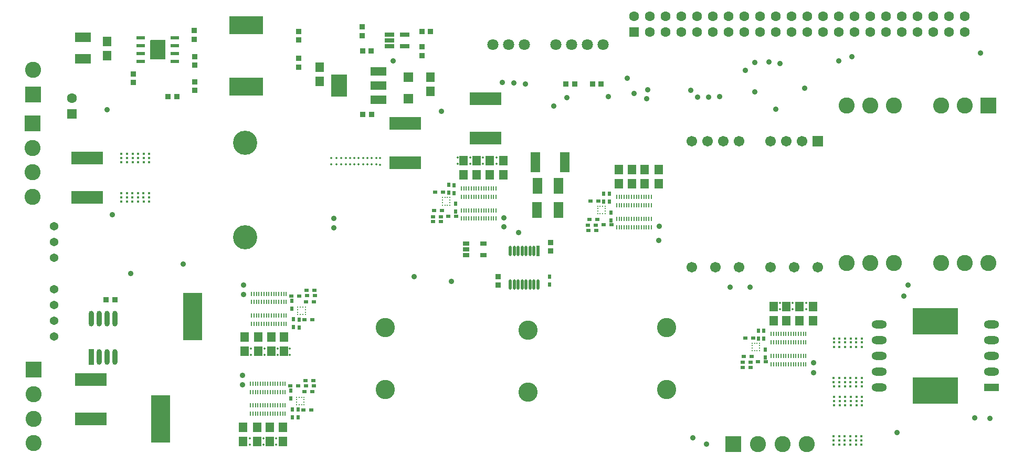
<source format=gts>
G04 Layer_Color=8388736*
%FSLAX25Y25*%
%MOIN*%
G70*
G01*
G75*
%ADD30R,0.05709X0.02362*%
%ADD69C,0.01400*%
%ADD88O,0.00709X0.02756*%
%ADD89R,0.03400X0.03400*%
%ADD90R,0.03400X0.03400*%
%ADD91O,0.09652X0.05124*%
%ADD92R,0.09652X0.05124*%
%ADD93R,0.28904X0.17132*%
%ADD94R,0.02900X0.02400*%
%ADD95R,0.05400X0.06400*%
%ADD96R,0.02400X0.02900*%
%ADD97C,0.01205*%
%ADD98R,0.10400X0.06400*%
%ADD99R,0.06400X0.10400*%
%ADD100O,0.02008X0.06693*%
%ADD101R,0.02008X0.06693*%
%ADD102R,0.06200X0.02600*%
%ADD103R,0.04337X0.02762*%
%ADD104R,0.10243X0.14179*%
%ADD105R,0.10243X0.05518*%
%ADD106R,0.21660X0.11817*%
%ADD107R,0.06400X0.06400*%
%ADD108R,0.20400X0.07900*%
%ADD109R,0.03550X0.09849*%
%ADD110O,0.03550X0.09849*%
%ADD111O,0.03550X0.09849*%
%ADD112R,0.06400X0.12900*%
%ADD113C,0.03550*%
%ADD114C,0.15361*%
%ADD115R,0.06699X0.06699*%
%ADD116C,0.06699*%
%ADD117C,0.06305*%
%ADD118R,0.06305X0.06305*%
%ADD119R,0.10243X0.10243*%
%ADD120C,0.10243*%
%ADD121C,0.00069*%
%ADD122R,0.10243X0.10243*%
%ADD123C,0.12211*%
%ADD124C,0.07093*%
%ADD125R,0.06305X0.06305*%
%ADD126C,0.05400*%
%ADD127R,0.12211X0.29928*%
%ADD128C,0.01600*%
G36*
X91186Y264140D02*
X91221Y264129D01*
X91254Y264111D01*
X91282Y264088D01*
X91306Y264059D01*
X91323Y264027D01*
X91334Y263991D01*
X91338Y263954D01*
Y252128D01*
X91334Y252091D01*
X91323Y252055D01*
X91306Y252023D01*
X91282Y251994D01*
X91254Y251970D01*
X91221Y251953D01*
X91186Y251942D01*
X91149Y251939D01*
X82078D01*
X82041Y251942D01*
X82006Y251953D01*
X81973Y251970D01*
X81944Y251994D01*
X81921Y252023D01*
X81903Y252055D01*
X81893Y252091D01*
X81889Y252128D01*
Y263954D01*
X81893Y263991D01*
X81903Y264027D01*
X81921Y264059D01*
X81944Y264088D01*
X81973Y264111D01*
X82006Y264129D01*
X82041Y264140D01*
X82078Y264143D01*
X91149D01*
X91186Y264140D01*
D02*
G37*
D30*
X97342Y265541D02*
D03*
Y260541D02*
D03*
Y255541D02*
D03*
Y250541D02*
D03*
X75885D02*
D03*
Y255541D02*
D03*
Y260541D02*
D03*
Y265541D02*
D03*
D69*
X277100Y189700D02*
D03*
X277200Y185500D02*
D03*
X227600Y189200D02*
D03*
Y185000D02*
D03*
X170400Y64200D02*
D03*
Y68300D02*
D03*
X140300Y64100D02*
D03*
X143100D02*
D03*
X140300Y68200D02*
D03*
X143100D02*
D03*
X504500Y97200D02*
D03*
X501300D02*
D03*
Y93100D02*
D03*
X479000D02*
D03*
X476100D02*
D03*
Y97200D02*
D03*
X479000D02*
D03*
X481700Y93100D02*
D03*
Y97200D02*
D03*
X484300D02*
D03*
Y93100D02*
D03*
X487200Y97200D02*
D03*
Y93100D02*
D03*
X492600Y97200D02*
D03*
Y93100D02*
D03*
X495400Y97200D02*
D03*
Y93100D02*
D03*
X504500D02*
D03*
X489900D02*
D03*
Y97200D02*
D03*
X498400D02*
D03*
Y93100D02*
D03*
X168192Y64225D02*
D03*
Y68325D02*
D03*
X165292Y64225D02*
D03*
Y68325D02*
D03*
X159992D02*
D03*
Y64225D02*
D03*
X157092Y68325D02*
D03*
Y64225D02*
D03*
X151692Y68325D02*
D03*
X148892D02*
D03*
X151692Y64225D02*
D03*
X148892D02*
D03*
X162592Y68325D02*
D03*
Y64225D02*
D03*
X154392Y68325D02*
D03*
Y64225D02*
D03*
X145892Y68325D02*
D03*
Y64225D02*
D03*
X167492Y11200D02*
D03*
X164592D02*
D03*
X167492Y7100D02*
D03*
X164592D02*
D03*
X159292Y11200D02*
D03*
Y7100D02*
D03*
X156392Y11200D02*
D03*
Y7100D02*
D03*
X150992D02*
D03*
Y11200D02*
D03*
X148192D02*
D03*
Y7100D02*
D03*
X139092Y11200D02*
D03*
X142292D02*
D03*
X139092Y7100D02*
D03*
X142292D02*
D03*
X161892Y11200D02*
D03*
Y7100D02*
D03*
X153692Y11200D02*
D03*
Y7100D02*
D03*
X145192Y11200D02*
D03*
Y7100D02*
D03*
X378000Y184200D02*
D03*
X386200Y180100D02*
D03*
X389100D02*
D03*
X386200Y184200D02*
D03*
X394500Y180100D02*
D03*
X397300D02*
D03*
X394500Y184200D02*
D03*
X397300D02*
D03*
X403200Y180100D02*
D03*
X406400Y184200D02*
D03*
Y180100D02*
D03*
X403200Y184200D02*
D03*
X279400Y185550D02*
D03*
X282300D02*
D03*
X279400Y189650D02*
D03*
X282300D02*
D03*
X287600Y185550D02*
D03*
Y189650D02*
D03*
X290500Y185550D02*
D03*
Y189650D02*
D03*
X295900D02*
D03*
Y185550D02*
D03*
X298700D02*
D03*
Y189650D02*
D03*
X304600Y185550D02*
D03*
X307800D02*
D03*
X304600Y189650D02*
D03*
X307800D02*
D03*
X285000Y185550D02*
D03*
Y189650D02*
D03*
X293200Y185550D02*
D03*
Y189650D02*
D03*
X301700Y185550D02*
D03*
Y189650D02*
D03*
X225300Y185100D02*
D03*
X222400D02*
D03*
X225300Y189200D02*
D03*
X222400D02*
D03*
X217100Y185100D02*
D03*
Y189200D02*
D03*
X214200Y185100D02*
D03*
Y189200D02*
D03*
X208800Y185100D02*
D03*
X206000D02*
D03*
X208800Y189200D02*
D03*
X206000D02*
D03*
X200100Y185100D02*
D03*
X196900D02*
D03*
X200100Y189200D02*
D03*
X196900D02*
D03*
X219700Y185100D02*
D03*
Y189200D02*
D03*
X211500Y185100D02*
D03*
Y189200D02*
D03*
X203000Y185100D02*
D03*
Y189200D02*
D03*
X380900Y184200D02*
D03*
X378000Y180100D02*
D03*
X389100Y184200D02*
D03*
X380900Y180100D02*
D03*
D88*
X379575Y159200D02*
D03*
X378000D02*
D03*
X381150D02*
D03*
X382724D02*
D03*
X384299D02*
D03*
X385874D02*
D03*
X387449D02*
D03*
X389024D02*
D03*
X390598D02*
D03*
X392173D02*
D03*
X393748D02*
D03*
X395323D02*
D03*
X378000Y164436D02*
D03*
X379575D02*
D03*
X381150D02*
D03*
X382724D02*
D03*
X384299D02*
D03*
X385874D02*
D03*
X387449D02*
D03*
X389024D02*
D03*
X390598D02*
D03*
X392173D02*
D03*
X393748D02*
D03*
X395323D02*
D03*
X396898D02*
D03*
X398472D02*
D03*
X400047D02*
D03*
X396898Y159200D02*
D03*
X398472D02*
D03*
X400047D02*
D03*
X379575Y145364D02*
D03*
X378000D02*
D03*
X381150D02*
D03*
X382724D02*
D03*
X384299D02*
D03*
X385874D02*
D03*
X387449D02*
D03*
X389024D02*
D03*
X390598D02*
D03*
X392173D02*
D03*
X393748D02*
D03*
X395323D02*
D03*
X378000Y150600D02*
D03*
X379575D02*
D03*
X381150D02*
D03*
X382724D02*
D03*
X384299D02*
D03*
X385874D02*
D03*
X387449D02*
D03*
X389024D02*
D03*
X390598D02*
D03*
X392173D02*
D03*
X393748D02*
D03*
X395323D02*
D03*
X396898D02*
D03*
X398472D02*
D03*
X400047D02*
D03*
X396898Y145364D02*
D03*
X398472D02*
D03*
X400047D02*
D03*
X477675Y72200D02*
D03*
X476100D02*
D03*
X479250D02*
D03*
X480824D02*
D03*
X482399D02*
D03*
X483974D02*
D03*
X485549D02*
D03*
X487124D02*
D03*
X488698D02*
D03*
X490273D02*
D03*
X491848D02*
D03*
X493423D02*
D03*
X476100Y77436D02*
D03*
X477675D02*
D03*
X479250D02*
D03*
X480824D02*
D03*
X482399D02*
D03*
X483974D02*
D03*
X485549D02*
D03*
X487124D02*
D03*
X488698D02*
D03*
X490273D02*
D03*
X491848D02*
D03*
X493423D02*
D03*
X494998D02*
D03*
X496572D02*
D03*
X498147D02*
D03*
X494998Y72200D02*
D03*
X496572D02*
D03*
X498147D02*
D03*
X166618Y89225D02*
D03*
X168192D02*
D03*
X165043D02*
D03*
X163468D02*
D03*
X161893D02*
D03*
X160318D02*
D03*
X158744D02*
D03*
X157169D02*
D03*
X155594D02*
D03*
X154019D02*
D03*
X152444D02*
D03*
X150870D02*
D03*
X168192Y83989D02*
D03*
X166618D02*
D03*
X165043D02*
D03*
X163468D02*
D03*
X161893D02*
D03*
X160318D02*
D03*
X158744D02*
D03*
X157169D02*
D03*
X155594D02*
D03*
X154019D02*
D03*
X152444D02*
D03*
X150870D02*
D03*
X149295D02*
D03*
X147720D02*
D03*
X146145D02*
D03*
X149295Y89225D02*
D03*
X147720D02*
D03*
X146145D02*
D03*
X165918Y32100D02*
D03*
X167492D02*
D03*
X164343D02*
D03*
X162768D02*
D03*
X161193D02*
D03*
X159618D02*
D03*
X158044D02*
D03*
X156469D02*
D03*
X154894D02*
D03*
X153319D02*
D03*
X151744D02*
D03*
X150170D02*
D03*
X167492Y26864D02*
D03*
X165918D02*
D03*
X164343D02*
D03*
X162768D02*
D03*
X161193D02*
D03*
X159618D02*
D03*
X158044D02*
D03*
X156469D02*
D03*
X154894D02*
D03*
X153319D02*
D03*
X151744D02*
D03*
X150170D02*
D03*
X148595D02*
D03*
X147020D02*
D03*
X145445D02*
D03*
X148595Y32100D02*
D03*
X147020D02*
D03*
X145445D02*
D03*
X280975Y164650D02*
D03*
X279400D02*
D03*
X282550D02*
D03*
X284124D02*
D03*
X285699D02*
D03*
X287274D02*
D03*
X288849D02*
D03*
X290424D02*
D03*
X291998D02*
D03*
X293573D02*
D03*
X295148D02*
D03*
X296723D02*
D03*
X279400Y169886D02*
D03*
X280975D02*
D03*
X282550D02*
D03*
X284124D02*
D03*
X285699D02*
D03*
X287274D02*
D03*
X288849D02*
D03*
X290424D02*
D03*
X291998D02*
D03*
X293573D02*
D03*
X295148D02*
D03*
X296723D02*
D03*
X298298D02*
D03*
X299872D02*
D03*
X301447D02*
D03*
X298298Y164650D02*
D03*
X299872D02*
D03*
X301447D02*
D03*
X477675Y58364D02*
D03*
X476100D02*
D03*
X479250D02*
D03*
X480824D02*
D03*
X482399D02*
D03*
X483974D02*
D03*
X485549D02*
D03*
X487124D02*
D03*
X488698D02*
D03*
X490273D02*
D03*
X491848D02*
D03*
X493423D02*
D03*
X476100Y63600D02*
D03*
X477675D02*
D03*
X479250D02*
D03*
X480824D02*
D03*
X482399D02*
D03*
X483974D02*
D03*
X485549D02*
D03*
X487124D02*
D03*
X488698D02*
D03*
X490273D02*
D03*
X491848D02*
D03*
X493423D02*
D03*
X494998D02*
D03*
X496572D02*
D03*
X498147D02*
D03*
X494998Y58364D02*
D03*
X496572D02*
D03*
X498147D02*
D03*
X166618Y103061D02*
D03*
X168192D02*
D03*
X165043D02*
D03*
X163468D02*
D03*
X161893D02*
D03*
X160318D02*
D03*
X158744D02*
D03*
X157169D02*
D03*
X155594D02*
D03*
X154019D02*
D03*
X152444D02*
D03*
X150870D02*
D03*
X168192Y97825D02*
D03*
X166618D02*
D03*
X165043D02*
D03*
X163468D02*
D03*
X161893D02*
D03*
X160318D02*
D03*
X158744D02*
D03*
X157169D02*
D03*
X155594D02*
D03*
X154019D02*
D03*
X152444D02*
D03*
X150870D02*
D03*
X149295D02*
D03*
X147720D02*
D03*
X146145D02*
D03*
X149295Y103061D02*
D03*
X147720D02*
D03*
X146145D02*
D03*
X165918Y45936D02*
D03*
X167492D02*
D03*
X164343D02*
D03*
X162768D02*
D03*
X161193D02*
D03*
X159618D02*
D03*
X158044D02*
D03*
X156469D02*
D03*
X154894D02*
D03*
X153319D02*
D03*
X151744D02*
D03*
X150170D02*
D03*
X167492Y40700D02*
D03*
X165918D02*
D03*
X164343D02*
D03*
X162768D02*
D03*
X161193D02*
D03*
X159618D02*
D03*
X158044D02*
D03*
X156469D02*
D03*
X154894D02*
D03*
X153319D02*
D03*
X151744D02*
D03*
X150170D02*
D03*
X148595D02*
D03*
X147020D02*
D03*
X145445D02*
D03*
X148595Y45936D02*
D03*
X147020D02*
D03*
X145445D02*
D03*
X280975Y150814D02*
D03*
X279400D02*
D03*
X282550D02*
D03*
X284124D02*
D03*
X285699D02*
D03*
X287274D02*
D03*
X288849D02*
D03*
X290424D02*
D03*
X291998D02*
D03*
X293573D02*
D03*
X295148D02*
D03*
X296723D02*
D03*
X279400Y156050D02*
D03*
X280975D02*
D03*
X282550D02*
D03*
X284124D02*
D03*
X285699D02*
D03*
X287274D02*
D03*
X288849D02*
D03*
X290424D02*
D03*
X291998D02*
D03*
X293573D02*
D03*
X295148D02*
D03*
X296723D02*
D03*
X298298D02*
D03*
X299872D02*
D03*
X301447D02*
D03*
X298298Y150814D02*
D03*
X299872D02*
D03*
X301447D02*
D03*
D89*
X336200Y130100D02*
D03*
Y135600D02*
D03*
X71048Y242600D02*
D03*
Y237100D02*
D03*
X216500Y272500D02*
D03*
Y267000D02*
D03*
X110148Y237700D02*
D03*
Y232200D02*
D03*
Y253700D02*
D03*
Y248200D02*
D03*
X176048Y264100D02*
D03*
Y269600D02*
D03*
X254500Y259900D02*
D03*
Y254400D02*
D03*
X176148Y247000D02*
D03*
Y252500D02*
D03*
X109848Y270200D02*
D03*
Y264700D02*
D03*
X302900Y108500D02*
D03*
Y114000D02*
D03*
D90*
X362600Y236400D02*
D03*
X368100D02*
D03*
X345900Y236300D02*
D03*
X351400D02*
D03*
X259900Y269500D02*
D03*
X254400D02*
D03*
X222200Y257100D02*
D03*
X216700D02*
D03*
X216800Y216900D02*
D03*
X222300D02*
D03*
X53800Y99200D02*
D03*
X59300D02*
D03*
X93200Y228400D02*
D03*
X98700D02*
D03*
D91*
X544799Y83600D02*
D03*
Y73600D02*
D03*
Y63600D02*
D03*
Y53600D02*
D03*
Y43600D02*
D03*
X616000Y83600D02*
D03*
Y73600D02*
D03*
Y63600D02*
D03*
Y53600D02*
D03*
D92*
Y43600D02*
D03*
D93*
X580400Y41474D02*
D03*
Y85726D02*
D03*
D94*
X365600Y150400D02*
D03*
X360600D02*
D03*
X361500Y162000D02*
D03*
X366500D02*
D03*
X359900Y146600D02*
D03*
X364900D02*
D03*
X360000Y143300D02*
D03*
X365000D02*
D03*
X374700Y146800D02*
D03*
X369700D02*
D03*
X463700Y63400D02*
D03*
X458700D02*
D03*
X180592Y98025D02*
D03*
X185592D02*
D03*
X179892Y40900D02*
D03*
X184892D02*
D03*
X267000Y155850D02*
D03*
X262000D02*
D03*
X459600Y75000D02*
D03*
X464600D02*
D03*
X184692Y86425D02*
D03*
X179692D02*
D03*
X183992Y29300D02*
D03*
X178992D02*
D03*
X262900Y167450D02*
D03*
X267900D02*
D03*
X463000Y59600D02*
D03*
X458000D02*
D03*
X186292Y101825D02*
D03*
X181292D02*
D03*
X180592Y44700D02*
D03*
X185592D02*
D03*
X266300Y152050D02*
D03*
X261300D02*
D03*
X463100Y56300D02*
D03*
X458100D02*
D03*
X186192Y105125D02*
D03*
X181192D02*
D03*
X180492Y48000D02*
D03*
X185492D02*
D03*
X266400Y148750D02*
D03*
X261400D02*
D03*
X467800Y59800D02*
D03*
X472800D02*
D03*
X171492Y101625D02*
D03*
X176492D02*
D03*
X175792Y44500D02*
D03*
X170792D02*
D03*
X271100Y152250D02*
D03*
X276100D02*
D03*
D95*
X404600Y173000D02*
D03*
Y182000D02*
D03*
X395900Y173000D02*
D03*
Y182000D02*
D03*
X387600Y173000D02*
D03*
Y182000D02*
D03*
X379500Y173000D02*
D03*
Y182000D02*
D03*
X502700Y86000D02*
D03*
Y95000D02*
D03*
X141592Y75425D02*
D03*
Y66425D02*
D03*
X140892Y18300D02*
D03*
Y9300D02*
D03*
X306000Y178450D02*
D03*
Y187450D02*
D03*
X494000Y86000D02*
D03*
Y95000D02*
D03*
X150292Y75425D02*
D03*
Y66425D02*
D03*
X149592Y18300D02*
D03*
Y9300D02*
D03*
X297300Y178450D02*
D03*
Y187450D02*
D03*
X485700Y86000D02*
D03*
Y95000D02*
D03*
X158592Y75425D02*
D03*
Y66425D02*
D03*
X157892Y18300D02*
D03*
Y9300D02*
D03*
X289000Y178450D02*
D03*
Y187450D02*
D03*
X477600Y86000D02*
D03*
Y95000D02*
D03*
X166692Y75425D02*
D03*
Y66425D02*
D03*
X165992Y18300D02*
D03*
Y9300D02*
D03*
X280900Y178450D02*
D03*
Y187450D02*
D03*
X54500Y263300D02*
D03*
Y254300D02*
D03*
X259700Y240600D02*
D03*
Y231600D02*
D03*
X189400Y247000D02*
D03*
Y238000D02*
D03*
D96*
X369900Y161700D02*
D03*
Y166700D02*
D03*
X373300Y166600D02*
D03*
Y161600D02*
D03*
X374400Y149700D02*
D03*
Y154700D02*
D03*
X468000Y74700D02*
D03*
Y79700D02*
D03*
X176292Y86725D02*
D03*
Y81725D02*
D03*
X175592Y29600D02*
D03*
Y24600D02*
D03*
X271300Y167150D02*
D03*
Y172150D02*
D03*
X471400Y74600D02*
D03*
Y79600D02*
D03*
X172892Y81825D02*
D03*
Y86825D02*
D03*
X172192Y29700D02*
D03*
Y24700D02*
D03*
X274700Y167050D02*
D03*
Y172050D02*
D03*
X472500Y67700D02*
D03*
Y62700D02*
D03*
X171792Y98725D02*
D03*
Y93725D02*
D03*
X171092Y36600D02*
D03*
Y41600D02*
D03*
X275800Y160150D02*
D03*
Y155150D02*
D03*
X335300Y108900D02*
D03*
Y113900D02*
D03*
D97*
X365938Y158662D02*
D03*
X367513D02*
D03*
X369087Y158662D02*
D03*
X370662D02*
D03*
X365938Y157087D02*
D03*
X370662Y157087D02*
D03*
X365938Y155513D02*
D03*
X370662Y155513D02*
D03*
X365938Y153938D02*
D03*
X367513D02*
D03*
X369087Y153938D02*
D03*
X370662D02*
D03*
X464038Y71662D02*
D03*
X465613D02*
D03*
X467187Y71662D02*
D03*
X468762D02*
D03*
X464038Y70087D02*
D03*
X468762Y70087D02*
D03*
X464038Y68513D02*
D03*
X468762Y68513D02*
D03*
X464038Y66938D02*
D03*
X465613D02*
D03*
X467187Y66938D02*
D03*
X468762D02*
D03*
X180254Y89763D02*
D03*
X178680D02*
D03*
X177105Y89763D02*
D03*
X175530D02*
D03*
X180254Y91337D02*
D03*
X175530Y91337D02*
D03*
X180254Y92912D02*
D03*
X175530Y92912D02*
D03*
X180254Y94487D02*
D03*
X178680D02*
D03*
X177105Y94487D02*
D03*
X175530D02*
D03*
X179554Y32638D02*
D03*
X177980D02*
D03*
X176405Y32638D02*
D03*
X174830D02*
D03*
X179554Y34213D02*
D03*
X174830Y34213D02*
D03*
X179554Y35787D02*
D03*
X174830Y35787D02*
D03*
X179554Y37362D02*
D03*
X177980D02*
D03*
X176405Y37362D02*
D03*
X174830D02*
D03*
X267338Y164112D02*
D03*
X268913D02*
D03*
X270487Y164112D02*
D03*
X272062D02*
D03*
X267338Y162537D02*
D03*
X272062Y162537D02*
D03*
X267338Y160963D02*
D03*
X272062Y160963D02*
D03*
X267338Y159388D02*
D03*
X268913D02*
D03*
X270487Y159388D02*
D03*
X272062D02*
D03*
D98*
X39200Y252400D02*
D03*
Y265900D02*
D03*
D99*
X327500Y156299D02*
D03*
X341000D02*
D03*
X341200Y171500D02*
D03*
X327700D02*
D03*
D100*
X310550Y108870D02*
D03*
X313050D02*
D03*
X315550D02*
D03*
X318050D02*
D03*
X320550D02*
D03*
X323050D02*
D03*
X325550D02*
D03*
X328050D02*
D03*
X310550Y130130D02*
D03*
X313050D02*
D03*
X315550D02*
D03*
X318050D02*
D03*
X320550D02*
D03*
X323050D02*
D03*
X325550D02*
D03*
D101*
X328050D02*
D03*
D102*
X243300Y267640D02*
D03*
Y260160D02*
D03*
X233900D02*
D03*
Y263900D02*
D03*
Y267640D02*
D03*
D103*
X282376Y134980D02*
D03*
Y131240D02*
D03*
Y127500D02*
D03*
X293400Y134980D02*
D03*
Y127500D02*
D03*
D104*
X201900Y235400D02*
D03*
D105*
X226703D02*
D03*
Y244400D02*
D03*
Y226400D02*
D03*
D106*
X142848Y273488D02*
D03*
Y234512D02*
D03*
D107*
X245800Y240500D02*
D03*
Y227000D02*
D03*
D108*
X41700Y189300D02*
D03*
Y164300D02*
D03*
X44000Y48500D02*
D03*
Y23500D02*
D03*
X294900Y201900D02*
D03*
Y226900D02*
D03*
X243900Y186100D02*
D03*
Y211100D02*
D03*
D109*
X44300Y62895D02*
D03*
D110*
X59300D02*
D03*
X54300D02*
D03*
X49300D02*
D03*
X54300Y87305D02*
D03*
X44300Y87305D02*
D03*
D111*
X59300D02*
D03*
X49300D02*
D03*
D112*
X344950Y186600D02*
D03*
X326450D02*
D03*
D113*
X556200Y14800D02*
D03*
X426500Y11600D02*
D03*
X435200Y7600D02*
D03*
X563022Y108500D02*
D03*
X560400Y101700D02*
D03*
X527300Y253700D02*
D03*
X459900Y244900D02*
D03*
X465600Y249800D02*
D03*
X474800Y250300D02*
D03*
X481700Y249300D02*
D03*
X519200Y251000D02*
D03*
X479000Y220100D02*
D03*
X465900Y231400D02*
D03*
X443400Y228400D02*
D03*
X436400Y227900D02*
D03*
X429400Y227800D02*
D03*
X425100Y232100D02*
D03*
X397600Y232700D02*
D03*
X397100Y226800D02*
D03*
X372700Y228400D02*
D03*
X384800Y240000D02*
D03*
X346400Y227500D02*
D03*
X338200Y222100D02*
D03*
X605500Y24200D02*
D03*
X54500Y219900D02*
D03*
X69400Y115800D02*
D03*
X102600Y121900D02*
D03*
X249300Y113800D02*
D03*
X615000Y23900D02*
D03*
X389200Y230100D02*
D03*
X236000Y251000D02*
D03*
X57700Y153300D02*
D03*
X273100Y110800D02*
D03*
X320000Y236300D02*
D03*
X315900Y141900D02*
D03*
X609200Y256000D02*
D03*
X497500Y233600D02*
D03*
X305500Y237300D02*
D03*
X266700Y218900D02*
D03*
X312700Y236800D02*
D03*
X198300Y150900D02*
D03*
Y145000D02*
D03*
X405000Y145900D02*
D03*
X404800Y136800D02*
D03*
X503100Y59300D02*
D03*
X141192Y102525D02*
D03*
X140492Y45400D02*
D03*
X306400Y151350D02*
D03*
X503100Y53000D02*
D03*
X141192Y108425D02*
D03*
X140492Y51300D02*
D03*
X306400Y145450D02*
D03*
X462700Y107400D02*
D03*
X450200Y107300D02*
D03*
D114*
X142200Y198821D02*
D03*
Y138979D02*
D03*
D115*
X505900Y199900D02*
D03*
D116*
X495900D02*
D03*
X485900D02*
D03*
X475900D02*
D03*
X455900D02*
D03*
X445900D02*
D03*
X435900D02*
D03*
X425900D02*
D03*
X505900Y119900D02*
D03*
X490900D02*
D03*
X475900D02*
D03*
X455900D02*
D03*
X440900D02*
D03*
X425900D02*
D03*
D117*
X599100Y279400D02*
D03*
Y269400D02*
D03*
X589100Y279400D02*
D03*
Y269400D02*
D03*
X579100Y279400D02*
D03*
Y269400D02*
D03*
X569100Y279400D02*
D03*
Y269400D02*
D03*
X559100Y279400D02*
D03*
Y269400D02*
D03*
X549100Y279400D02*
D03*
Y269400D02*
D03*
X539100Y279400D02*
D03*
Y269400D02*
D03*
X529100Y279400D02*
D03*
Y269400D02*
D03*
X519100Y279400D02*
D03*
Y269400D02*
D03*
X509100Y279400D02*
D03*
Y269400D02*
D03*
X499100Y279400D02*
D03*
Y269400D02*
D03*
X489100Y279400D02*
D03*
Y269400D02*
D03*
X479100Y279400D02*
D03*
Y269400D02*
D03*
X469100Y279400D02*
D03*
Y269400D02*
D03*
X459100Y279400D02*
D03*
Y269400D02*
D03*
X449100Y279400D02*
D03*
Y269400D02*
D03*
X439100Y279400D02*
D03*
Y269400D02*
D03*
X429100Y279400D02*
D03*
Y269400D02*
D03*
X419100Y279400D02*
D03*
Y269400D02*
D03*
X409100Y279400D02*
D03*
Y269400D02*
D03*
X399100D02*
D03*
X389100Y279400D02*
D03*
X399100D02*
D03*
X32200Y227200D02*
D03*
D118*
X389100Y269400D02*
D03*
D119*
X7000Y211286D02*
D03*
X614000Y222600D02*
D03*
X7400Y229700D02*
D03*
X7700Y54886D02*
D03*
D120*
X7000Y164514D02*
D03*
Y195695D02*
D03*
Y180105D02*
D03*
X524000Y122600D02*
D03*
X539000D02*
D03*
X554000D02*
D03*
X584000D02*
D03*
X599000D02*
D03*
X614000D02*
D03*
X524000Y222600D02*
D03*
X539000D02*
D03*
X554000D02*
D03*
X584000D02*
D03*
X599000D02*
D03*
X7400Y245290D02*
D03*
X498886Y7700D02*
D03*
X467705D02*
D03*
X483295D02*
D03*
X7700Y8114D02*
D03*
Y39295D02*
D03*
Y23705D02*
D03*
D121*
X84448Y260600D02*
D03*
X88779D02*
D03*
X84448Y255482D02*
D03*
X88779D02*
D03*
Y265718D02*
D03*
X84448D02*
D03*
Y250364D02*
D03*
X88779D02*
D03*
D122*
X452114Y7700D02*
D03*
D123*
X409600Y81570D02*
D03*
Y42200D02*
D03*
X231000Y81700D02*
D03*
Y42330D02*
D03*
X321600Y40500D02*
D03*
Y79870D02*
D03*
D124*
X299400Y261400D02*
D03*
X309400D02*
D03*
X319400D02*
D03*
X359400D02*
D03*
X369400D02*
D03*
X349400D02*
D03*
X339400D02*
D03*
D125*
X32200Y217200D02*
D03*
D126*
X20900Y105800D02*
D03*
Y85800D02*
D03*
Y75800D02*
D03*
Y95800D02*
D03*
Y125800D02*
D03*
Y135800D02*
D03*
Y145800D02*
D03*
D127*
X108895Y88700D02*
D03*
X88305Y23700D02*
D03*
D128*
X234900Y188700D02*
D03*
X238440D02*
D03*
X241980D02*
D03*
X245520D02*
D03*
X249060D02*
D03*
X252600D02*
D03*
X234900Y186200D02*
D03*
X238440D02*
D03*
X241980D02*
D03*
X245520D02*
D03*
X249060D02*
D03*
X252600D02*
D03*
X252620Y183500D02*
D03*
X249080D02*
D03*
X245540D02*
D03*
X242000D02*
D03*
X238460D02*
D03*
X234920D02*
D03*
X286420Y224100D02*
D03*
X289960D02*
D03*
X293500D02*
D03*
X297040D02*
D03*
X300580D02*
D03*
X304120D02*
D03*
X304100Y226800D02*
D03*
X300560D02*
D03*
X297020D02*
D03*
X293480D02*
D03*
X289940D02*
D03*
X286400D02*
D03*
X304100Y229300D02*
D03*
X300560D02*
D03*
X297020D02*
D03*
X293480D02*
D03*
X289940D02*
D03*
X286400D02*
D03*
X235520Y208700D02*
D03*
X239060D02*
D03*
X242600D02*
D03*
X246140D02*
D03*
X249680D02*
D03*
X253220D02*
D03*
X253200Y211400D02*
D03*
X249660D02*
D03*
X246120D02*
D03*
X242580D02*
D03*
X239040D02*
D03*
X235500D02*
D03*
X253200Y213900D02*
D03*
X249660D02*
D03*
X246120D02*
D03*
X242580D02*
D03*
X239040D02*
D03*
X235500D02*
D03*
X63400Y166800D02*
D03*
X66940D02*
D03*
X70480D02*
D03*
X74020D02*
D03*
X77560D02*
D03*
X81100D02*
D03*
X63400Y164300D02*
D03*
X66940D02*
D03*
X70480D02*
D03*
X74020D02*
D03*
X77560D02*
D03*
X81100D02*
D03*
X81120Y161600D02*
D03*
X77580D02*
D03*
X74040D02*
D03*
X70500D02*
D03*
X66960D02*
D03*
X63420D02*
D03*
X63500Y191800D02*
D03*
X67040D02*
D03*
X70580D02*
D03*
X74120D02*
D03*
X77660D02*
D03*
X81200D02*
D03*
X63500Y189300D02*
D03*
X67040D02*
D03*
X70580D02*
D03*
X74120D02*
D03*
X77660D02*
D03*
X81200D02*
D03*
X81220Y186600D02*
D03*
X77680D02*
D03*
X74140D02*
D03*
X70600D02*
D03*
X67060D02*
D03*
X63520D02*
D03*
X515980Y74600D02*
D03*
X519520D02*
D03*
X523060D02*
D03*
X526600D02*
D03*
X530140D02*
D03*
X533680D02*
D03*
X515980Y72100D02*
D03*
X519520D02*
D03*
X523060D02*
D03*
X526600D02*
D03*
X530140D02*
D03*
X533680D02*
D03*
X533700Y69400D02*
D03*
X530160D02*
D03*
X526620D02*
D03*
X523080D02*
D03*
X519540D02*
D03*
X516000D02*
D03*
X568940Y39900D02*
D03*
Y37400D02*
D03*
X568960Y34700D02*
D03*
X568940Y45700D02*
D03*
X568960Y43000D02*
D03*
X572260Y42900D02*
D03*
X575800D02*
D03*
X579340D02*
D03*
X582880D02*
D03*
X586420D02*
D03*
X589960D02*
D03*
X589940Y45600D02*
D03*
X586400D02*
D03*
X582860D02*
D03*
X579320D02*
D03*
X575780D02*
D03*
X572240D02*
D03*
X572260Y34600D02*
D03*
X575800D02*
D03*
X579340D02*
D03*
X582880D02*
D03*
X586420D02*
D03*
X589960D02*
D03*
X589940Y37300D02*
D03*
X586400D02*
D03*
X582860D02*
D03*
X579320D02*
D03*
X575780D02*
D03*
X572240D02*
D03*
X586400Y39800D02*
D03*
X582860D02*
D03*
X579320D02*
D03*
X575780D02*
D03*
X572240D02*
D03*
X589940D02*
D03*
X33100Y161500D02*
D03*
X36640D02*
D03*
X40180D02*
D03*
X43720D02*
D03*
X47260D02*
D03*
X50800D02*
D03*
X50780Y164200D02*
D03*
X47240D02*
D03*
X43700D02*
D03*
X40160D02*
D03*
X36620D02*
D03*
X33080D02*
D03*
X50780Y166700D02*
D03*
X47240D02*
D03*
X43700D02*
D03*
X40160D02*
D03*
X36620D02*
D03*
X33080D02*
D03*
X33300Y186600D02*
D03*
X36840D02*
D03*
X40380D02*
D03*
X43920D02*
D03*
X47460D02*
D03*
X51000D02*
D03*
X50980Y189300D02*
D03*
X47440D02*
D03*
X43900D02*
D03*
X40360D02*
D03*
X36820D02*
D03*
X33280D02*
D03*
X50980Y191800D02*
D03*
X47440D02*
D03*
X43900D02*
D03*
X40360D02*
D03*
X36820D02*
D03*
X33280D02*
D03*
X35500Y25600D02*
D03*
X39040D02*
D03*
X42580D02*
D03*
X46120D02*
D03*
X49660D02*
D03*
X53200D02*
D03*
X35500Y23100D02*
D03*
X39040D02*
D03*
X42580D02*
D03*
X46120D02*
D03*
X49660D02*
D03*
X53200D02*
D03*
X53220Y20400D02*
D03*
X49680D02*
D03*
X46140D02*
D03*
X42600D02*
D03*
X39060D02*
D03*
X35520D02*
D03*
X35500Y50900D02*
D03*
X39040D02*
D03*
X42580D02*
D03*
X46120D02*
D03*
X49660D02*
D03*
X53200D02*
D03*
X35500Y48400D02*
D03*
X39040D02*
D03*
X42580D02*
D03*
X46120D02*
D03*
X49660D02*
D03*
X53200D02*
D03*
X53220Y45700D02*
D03*
X49680D02*
D03*
X46140D02*
D03*
X42600D02*
D03*
X39060D02*
D03*
X35520D02*
D03*
X285700Y204500D02*
D03*
X289240D02*
D03*
X292780D02*
D03*
X296320D02*
D03*
X299860D02*
D03*
X303400D02*
D03*
X285700Y202000D02*
D03*
X289240D02*
D03*
X292780D02*
D03*
X296320D02*
D03*
X299860D02*
D03*
X303400D02*
D03*
X303420Y199300D02*
D03*
X299880D02*
D03*
X296340D02*
D03*
X292800D02*
D03*
X289260D02*
D03*
X285720D02*
D03*
X515920Y44300D02*
D03*
X519460D02*
D03*
X523000D02*
D03*
X526540D02*
D03*
X530080D02*
D03*
X533620D02*
D03*
X533600Y47000D02*
D03*
X530060D02*
D03*
X526520D02*
D03*
X522980D02*
D03*
X519440D02*
D03*
X515900D02*
D03*
X533600Y49500D02*
D03*
X530060D02*
D03*
X526520D02*
D03*
X522980D02*
D03*
X519440D02*
D03*
X515900D02*
D03*
X516120Y32300D02*
D03*
X519660D02*
D03*
X523200D02*
D03*
X526740D02*
D03*
X530280D02*
D03*
X533820D02*
D03*
X533800Y35000D02*
D03*
X530260D02*
D03*
X526720D02*
D03*
X523180D02*
D03*
X519640D02*
D03*
X516100D02*
D03*
X533800Y37500D02*
D03*
X530260D02*
D03*
X526720D02*
D03*
X523180D02*
D03*
X519640D02*
D03*
X516100D02*
D03*
X515820Y7300D02*
D03*
X519360D02*
D03*
X522900D02*
D03*
X526440D02*
D03*
X529980D02*
D03*
X533520D02*
D03*
X533500Y10000D02*
D03*
X529960D02*
D03*
X526420D02*
D03*
X522880D02*
D03*
X519340D02*
D03*
X515800D02*
D03*
X533500Y12500D02*
D03*
X529960D02*
D03*
X526420D02*
D03*
X522880D02*
D03*
X519340D02*
D03*
X515800D02*
D03*
M02*

</source>
